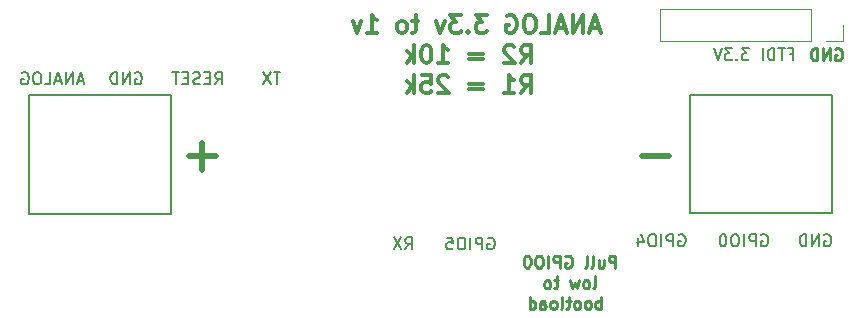
<source format=gbo>
G04 #@! TF.FileFunction,Legend,Bot*
%FSLAX46Y46*%
G04 Gerber Fmt 4.6, Leading zero omitted, Abs format (unit mm)*
G04 Created by KiCad (PCBNEW 4.0.6) date Mon Aug 21 13:09:47 2017*
%MOMM*%
%LPD*%
G01*
G04 APERTURE LIST*
%ADD10C,0.100000*%
%ADD11C,0.250000*%
%ADD12C,0.300000*%
%ADD13C,0.500000*%
%ADD14C,0.120000*%
%ADD15C,0.150000*%
G04 APERTURE END LIST*
D10*
D11*
X203628096Y-48994381D02*
X203628096Y-47994381D01*
X203247143Y-47994381D01*
X203151905Y-48042000D01*
X203104286Y-48089619D01*
X203056667Y-48184857D01*
X203056667Y-48327714D01*
X203104286Y-48422952D01*
X203151905Y-48470571D01*
X203247143Y-48518190D01*
X203628096Y-48518190D01*
X202199524Y-48327714D02*
X202199524Y-48994381D01*
X202628096Y-48327714D02*
X202628096Y-48851524D01*
X202580477Y-48946762D01*
X202485239Y-48994381D01*
X202342381Y-48994381D01*
X202247143Y-48946762D01*
X202199524Y-48899143D01*
X201580477Y-48994381D02*
X201675715Y-48946762D01*
X201723334Y-48851524D01*
X201723334Y-47994381D01*
X201056667Y-48994381D02*
X201151905Y-48946762D01*
X201199524Y-48851524D01*
X201199524Y-47994381D01*
X199389999Y-48042000D02*
X199485237Y-47994381D01*
X199628094Y-47994381D01*
X199770952Y-48042000D01*
X199866190Y-48137238D01*
X199913809Y-48232476D01*
X199961428Y-48422952D01*
X199961428Y-48565810D01*
X199913809Y-48756286D01*
X199866190Y-48851524D01*
X199770952Y-48946762D01*
X199628094Y-48994381D01*
X199532856Y-48994381D01*
X199389999Y-48946762D01*
X199342380Y-48899143D01*
X199342380Y-48565810D01*
X199532856Y-48565810D01*
X198913809Y-48994381D02*
X198913809Y-47994381D01*
X198532856Y-47994381D01*
X198437618Y-48042000D01*
X198389999Y-48089619D01*
X198342380Y-48184857D01*
X198342380Y-48327714D01*
X198389999Y-48422952D01*
X198437618Y-48470571D01*
X198532856Y-48518190D01*
X198913809Y-48518190D01*
X197913809Y-48994381D02*
X197913809Y-47994381D01*
X197247143Y-47994381D02*
X197056666Y-47994381D01*
X196961428Y-48042000D01*
X196866190Y-48137238D01*
X196818571Y-48327714D01*
X196818571Y-48661048D01*
X196866190Y-48851524D01*
X196961428Y-48946762D01*
X197056666Y-48994381D01*
X197247143Y-48994381D01*
X197342381Y-48946762D01*
X197437619Y-48851524D01*
X197485238Y-48661048D01*
X197485238Y-48327714D01*
X197437619Y-48137238D01*
X197342381Y-48042000D01*
X197247143Y-47994381D01*
X196199524Y-47994381D02*
X196104285Y-47994381D01*
X196009047Y-48042000D01*
X195961428Y-48089619D01*
X195913809Y-48184857D01*
X195866190Y-48375333D01*
X195866190Y-48613429D01*
X195913809Y-48803905D01*
X195961428Y-48899143D01*
X196009047Y-48946762D01*
X196104285Y-48994381D01*
X196199524Y-48994381D01*
X196294762Y-48946762D01*
X196342381Y-48899143D01*
X196390000Y-48803905D01*
X196437619Y-48613429D01*
X196437619Y-48375333D01*
X196390000Y-48184857D01*
X196342381Y-48089619D01*
X196294762Y-48042000D01*
X196199524Y-47994381D01*
X201747144Y-50744381D02*
X201842382Y-50696762D01*
X201890001Y-50601524D01*
X201890001Y-49744381D01*
X201223334Y-50744381D02*
X201318572Y-50696762D01*
X201366191Y-50649143D01*
X201413810Y-50553905D01*
X201413810Y-50268190D01*
X201366191Y-50172952D01*
X201318572Y-50125333D01*
X201223334Y-50077714D01*
X201080476Y-50077714D01*
X200985238Y-50125333D01*
X200937619Y-50172952D01*
X200890000Y-50268190D01*
X200890000Y-50553905D01*
X200937619Y-50649143D01*
X200985238Y-50696762D01*
X201080476Y-50744381D01*
X201223334Y-50744381D01*
X200556667Y-50077714D02*
X200366191Y-50744381D01*
X200175714Y-50268190D01*
X199985238Y-50744381D01*
X199794762Y-50077714D01*
X198794762Y-50077714D02*
X198413810Y-50077714D01*
X198651905Y-49744381D02*
X198651905Y-50601524D01*
X198604286Y-50696762D01*
X198509048Y-50744381D01*
X198413810Y-50744381D01*
X197937619Y-50744381D02*
X198032857Y-50696762D01*
X198080476Y-50649143D01*
X198128095Y-50553905D01*
X198128095Y-50268190D01*
X198080476Y-50172952D01*
X198032857Y-50125333D01*
X197937619Y-50077714D01*
X197794761Y-50077714D01*
X197699523Y-50125333D01*
X197651904Y-50172952D01*
X197604285Y-50268190D01*
X197604285Y-50553905D01*
X197651904Y-50649143D01*
X197699523Y-50696762D01*
X197794761Y-50744381D01*
X197937619Y-50744381D01*
X202413810Y-52494381D02*
X202413810Y-51494381D01*
X202413810Y-51875333D02*
X202318572Y-51827714D01*
X202128095Y-51827714D01*
X202032857Y-51875333D01*
X201985238Y-51922952D01*
X201937619Y-52018190D01*
X201937619Y-52303905D01*
X201985238Y-52399143D01*
X202032857Y-52446762D01*
X202128095Y-52494381D01*
X202318572Y-52494381D01*
X202413810Y-52446762D01*
X201366191Y-52494381D02*
X201461429Y-52446762D01*
X201509048Y-52399143D01*
X201556667Y-52303905D01*
X201556667Y-52018190D01*
X201509048Y-51922952D01*
X201461429Y-51875333D01*
X201366191Y-51827714D01*
X201223333Y-51827714D01*
X201128095Y-51875333D01*
X201080476Y-51922952D01*
X201032857Y-52018190D01*
X201032857Y-52303905D01*
X201080476Y-52399143D01*
X201128095Y-52446762D01*
X201223333Y-52494381D01*
X201366191Y-52494381D01*
X200461429Y-52494381D02*
X200556667Y-52446762D01*
X200604286Y-52399143D01*
X200651905Y-52303905D01*
X200651905Y-52018190D01*
X200604286Y-51922952D01*
X200556667Y-51875333D01*
X200461429Y-51827714D01*
X200318571Y-51827714D01*
X200223333Y-51875333D01*
X200175714Y-51922952D01*
X200128095Y-52018190D01*
X200128095Y-52303905D01*
X200175714Y-52399143D01*
X200223333Y-52446762D01*
X200318571Y-52494381D01*
X200461429Y-52494381D01*
X199842381Y-51827714D02*
X199461429Y-51827714D01*
X199699524Y-51494381D02*
X199699524Y-52351524D01*
X199651905Y-52446762D01*
X199556667Y-52494381D01*
X199461429Y-52494381D01*
X198985238Y-52494381D02*
X199080476Y-52446762D01*
X199128095Y-52351524D01*
X199128095Y-51494381D01*
X198461428Y-52494381D02*
X198556666Y-52446762D01*
X198604285Y-52399143D01*
X198651904Y-52303905D01*
X198651904Y-52018190D01*
X198604285Y-51922952D01*
X198556666Y-51875333D01*
X198461428Y-51827714D01*
X198318570Y-51827714D01*
X198223332Y-51875333D01*
X198175713Y-51922952D01*
X198128094Y-52018190D01*
X198128094Y-52303905D01*
X198175713Y-52399143D01*
X198223332Y-52446762D01*
X198318570Y-52494381D01*
X198461428Y-52494381D01*
X197270951Y-52494381D02*
X197270951Y-51970571D01*
X197318570Y-51875333D01*
X197413808Y-51827714D01*
X197604285Y-51827714D01*
X197699523Y-51875333D01*
X197270951Y-52446762D02*
X197366189Y-52494381D01*
X197604285Y-52494381D01*
X197699523Y-52446762D01*
X197747142Y-52351524D01*
X197747142Y-52256286D01*
X197699523Y-52161048D01*
X197604285Y-52113429D01*
X197366189Y-52113429D01*
X197270951Y-52065810D01*
X196366189Y-52494381D02*
X196366189Y-51494381D01*
X196366189Y-52446762D02*
X196461427Y-52494381D01*
X196651904Y-52494381D01*
X196747142Y-52446762D01*
X196794761Y-52399143D01*
X196842380Y-52303905D01*
X196842380Y-52018190D01*
X196794761Y-51922952D01*
X196747142Y-51875333D01*
X196651904Y-51827714D01*
X196461427Y-51827714D01*
X196366189Y-51875333D01*
D12*
X202226285Y-28688000D02*
X201511999Y-28688000D01*
X202369142Y-29116571D02*
X201869142Y-27616571D01*
X201369142Y-29116571D01*
X200869142Y-29116571D02*
X200869142Y-27616571D01*
X200011999Y-29116571D01*
X200011999Y-27616571D01*
X199369142Y-28688000D02*
X198654856Y-28688000D01*
X199511999Y-29116571D02*
X199011999Y-27616571D01*
X198511999Y-29116571D01*
X197297713Y-29116571D02*
X198011999Y-29116571D01*
X198011999Y-27616571D01*
X196511999Y-27616571D02*
X196226285Y-27616571D01*
X196083427Y-27688000D01*
X195940570Y-27830857D01*
X195869142Y-28116571D01*
X195869142Y-28616571D01*
X195940570Y-28902286D01*
X196083427Y-29045143D01*
X196226285Y-29116571D01*
X196511999Y-29116571D01*
X196654856Y-29045143D01*
X196797713Y-28902286D01*
X196869142Y-28616571D01*
X196869142Y-28116571D01*
X196797713Y-27830857D01*
X196654856Y-27688000D01*
X196511999Y-27616571D01*
X194440570Y-27688000D02*
X194583427Y-27616571D01*
X194797713Y-27616571D01*
X195011998Y-27688000D01*
X195154856Y-27830857D01*
X195226284Y-27973714D01*
X195297713Y-28259429D01*
X195297713Y-28473714D01*
X195226284Y-28759429D01*
X195154856Y-28902286D01*
X195011998Y-29045143D01*
X194797713Y-29116571D01*
X194654856Y-29116571D01*
X194440570Y-29045143D01*
X194369141Y-28973714D01*
X194369141Y-28473714D01*
X194654856Y-28473714D01*
X192726284Y-27616571D02*
X191797713Y-27616571D01*
X192297713Y-28188000D01*
X192083427Y-28188000D01*
X191940570Y-28259429D01*
X191869141Y-28330857D01*
X191797713Y-28473714D01*
X191797713Y-28830857D01*
X191869141Y-28973714D01*
X191940570Y-29045143D01*
X192083427Y-29116571D01*
X192511999Y-29116571D01*
X192654856Y-29045143D01*
X192726284Y-28973714D01*
X191154856Y-28973714D02*
X191083428Y-29045143D01*
X191154856Y-29116571D01*
X191226285Y-29045143D01*
X191154856Y-28973714D01*
X191154856Y-29116571D01*
X190583427Y-27616571D02*
X189654856Y-27616571D01*
X190154856Y-28188000D01*
X189940570Y-28188000D01*
X189797713Y-28259429D01*
X189726284Y-28330857D01*
X189654856Y-28473714D01*
X189654856Y-28830857D01*
X189726284Y-28973714D01*
X189797713Y-29045143D01*
X189940570Y-29116571D01*
X190369142Y-29116571D01*
X190511999Y-29045143D01*
X190583427Y-28973714D01*
X189154856Y-28116571D02*
X188797713Y-29116571D01*
X188440571Y-28116571D01*
X186940571Y-28116571D02*
X186369142Y-28116571D01*
X186726285Y-27616571D02*
X186726285Y-28902286D01*
X186654857Y-29045143D01*
X186511999Y-29116571D01*
X186369142Y-29116571D01*
X185654856Y-29116571D02*
X185797714Y-29045143D01*
X185869142Y-28973714D01*
X185940571Y-28830857D01*
X185940571Y-28402286D01*
X185869142Y-28259429D01*
X185797714Y-28188000D01*
X185654856Y-28116571D01*
X185440571Y-28116571D01*
X185297714Y-28188000D01*
X185226285Y-28259429D01*
X185154856Y-28402286D01*
X185154856Y-28830857D01*
X185226285Y-28973714D01*
X185297714Y-29045143D01*
X185440571Y-29116571D01*
X185654856Y-29116571D01*
X182583428Y-29116571D02*
X183440571Y-29116571D01*
X183011999Y-29116571D02*
X183011999Y-27616571D01*
X183154856Y-27830857D01*
X183297714Y-27973714D01*
X183440571Y-28045143D01*
X182083428Y-28116571D02*
X181726285Y-29116571D01*
X181369143Y-28116571D01*
X195619142Y-31666571D02*
X196119142Y-30952286D01*
X196476285Y-31666571D02*
X196476285Y-30166571D01*
X195904857Y-30166571D01*
X195761999Y-30238000D01*
X195690571Y-30309429D01*
X195619142Y-30452286D01*
X195619142Y-30666571D01*
X195690571Y-30809429D01*
X195761999Y-30880857D01*
X195904857Y-30952286D01*
X196476285Y-30952286D01*
X195047714Y-30309429D02*
X194976285Y-30238000D01*
X194833428Y-30166571D01*
X194476285Y-30166571D01*
X194333428Y-30238000D01*
X194261999Y-30309429D01*
X194190571Y-30452286D01*
X194190571Y-30595143D01*
X194261999Y-30809429D01*
X195119142Y-31666571D01*
X194190571Y-31666571D01*
X192404857Y-30880857D02*
X191262000Y-30880857D01*
X191262000Y-31309429D02*
X192404857Y-31309429D01*
X188619143Y-31666571D02*
X189476286Y-31666571D01*
X189047714Y-31666571D02*
X189047714Y-30166571D01*
X189190571Y-30380857D01*
X189333429Y-30523714D01*
X189476286Y-30595143D01*
X187690572Y-30166571D02*
X187547715Y-30166571D01*
X187404858Y-30238000D01*
X187333429Y-30309429D01*
X187262000Y-30452286D01*
X187190572Y-30738000D01*
X187190572Y-31095143D01*
X187262000Y-31380857D01*
X187333429Y-31523714D01*
X187404858Y-31595143D01*
X187547715Y-31666571D01*
X187690572Y-31666571D01*
X187833429Y-31595143D01*
X187904858Y-31523714D01*
X187976286Y-31380857D01*
X188047715Y-31095143D01*
X188047715Y-30738000D01*
X187976286Y-30452286D01*
X187904858Y-30309429D01*
X187833429Y-30238000D01*
X187690572Y-30166571D01*
X186547715Y-31666571D02*
X186547715Y-30166571D01*
X186404858Y-31095143D02*
X185976287Y-31666571D01*
X185976287Y-30666571D02*
X186547715Y-31238000D01*
X195619142Y-34216571D02*
X196119142Y-33502286D01*
X196476285Y-34216571D02*
X196476285Y-32716571D01*
X195904857Y-32716571D01*
X195761999Y-32788000D01*
X195690571Y-32859429D01*
X195619142Y-33002286D01*
X195619142Y-33216571D01*
X195690571Y-33359429D01*
X195761999Y-33430857D01*
X195904857Y-33502286D01*
X196476285Y-33502286D01*
X194190571Y-34216571D02*
X195047714Y-34216571D01*
X194619142Y-34216571D02*
X194619142Y-32716571D01*
X194761999Y-32930857D01*
X194904857Y-33073714D01*
X195047714Y-33145143D01*
X192404857Y-33430857D02*
X191262000Y-33430857D01*
X191262000Y-33859429D02*
X192404857Y-33859429D01*
X189476286Y-32859429D02*
X189404857Y-32788000D01*
X189262000Y-32716571D01*
X188904857Y-32716571D01*
X188762000Y-32788000D01*
X188690571Y-32859429D01*
X188619143Y-33002286D01*
X188619143Y-33145143D01*
X188690571Y-33359429D01*
X189547714Y-34216571D01*
X188619143Y-34216571D01*
X187262000Y-32716571D02*
X187976286Y-32716571D01*
X188047715Y-33430857D01*
X187976286Y-33359429D01*
X187833429Y-33288000D01*
X187476286Y-33288000D01*
X187333429Y-33359429D01*
X187262000Y-33430857D01*
X187190572Y-33573714D01*
X187190572Y-33930857D01*
X187262000Y-34073714D01*
X187333429Y-34145143D01*
X187476286Y-34216571D01*
X187833429Y-34216571D01*
X187976286Y-34145143D01*
X188047715Y-34073714D01*
X186547715Y-34216571D02*
X186547715Y-32716571D01*
X186404858Y-33645143D02*
X185976287Y-34216571D01*
X185976287Y-33216571D02*
X186547715Y-33788000D01*
D13*
X167513143Y-39584286D02*
X169798857Y-39584286D01*
X168656000Y-40727143D02*
X168656000Y-38441429D01*
X205867143Y-39584286D02*
X208152857Y-39584286D01*
D11*
X222249904Y-30488000D02*
X222345142Y-30440381D01*
X222487999Y-30440381D01*
X222630857Y-30488000D01*
X222726095Y-30583238D01*
X222773714Y-30678476D01*
X222821333Y-30868952D01*
X222821333Y-31011810D01*
X222773714Y-31202286D01*
X222726095Y-31297524D01*
X222630857Y-31392762D01*
X222487999Y-31440381D01*
X222392761Y-31440381D01*
X222249904Y-31392762D01*
X222202285Y-31345143D01*
X222202285Y-31011810D01*
X222392761Y-31011810D01*
X221773714Y-31440381D02*
X221773714Y-30440381D01*
X221202285Y-31440381D01*
X221202285Y-30440381D01*
X220726095Y-31440381D02*
X220726095Y-30440381D01*
X220488000Y-30440381D01*
X220345142Y-30488000D01*
X220249904Y-30583238D01*
X220202285Y-30678476D01*
X220154666Y-30868952D01*
X220154666Y-31011810D01*
X220202285Y-31202286D01*
X220249904Y-31297524D01*
X220345142Y-31392762D01*
X220488000Y-31440381D01*
X220726095Y-31440381D01*
D14*
X220218000Y-29838000D02*
X207398000Y-29838000D01*
X207398000Y-29838000D02*
X207398000Y-27058000D01*
X207398000Y-27058000D02*
X220218000Y-27058000D01*
X220218000Y-27058000D02*
X220218000Y-29838000D01*
X221488000Y-29838000D02*
X222878000Y-29838000D01*
X222878000Y-29838000D02*
X222878000Y-28448000D01*
D15*
X209960000Y-44370000D02*
X221960000Y-44370000D01*
X221960000Y-44370000D02*
X221960000Y-34370000D01*
X221960000Y-34370000D02*
X209960000Y-34370000D01*
X209960000Y-44370000D02*
X209960000Y-34370000D01*
X165960000Y-34420000D02*
X153960000Y-34420000D01*
X153960000Y-34420000D02*
X153960000Y-44420000D01*
X153960000Y-44420000D02*
X165960000Y-44420000D01*
X165960000Y-34420000D02*
X165960000Y-44420000D01*
X221312857Y-46236000D02*
X221408095Y-46188381D01*
X221550952Y-46188381D01*
X221693810Y-46236000D01*
X221789048Y-46331238D01*
X221836667Y-46426476D01*
X221884286Y-46616952D01*
X221884286Y-46759810D01*
X221836667Y-46950286D01*
X221789048Y-47045524D01*
X221693810Y-47140762D01*
X221550952Y-47188381D01*
X221455714Y-47188381D01*
X221312857Y-47140762D01*
X221265238Y-47093143D01*
X221265238Y-46759810D01*
X221455714Y-46759810D01*
X220836667Y-47188381D02*
X220836667Y-46188381D01*
X220265238Y-47188381D01*
X220265238Y-46188381D01*
X219789048Y-47188381D02*
X219789048Y-46188381D01*
X219550953Y-46188381D01*
X219408095Y-46236000D01*
X219312857Y-46331238D01*
X219265238Y-46426476D01*
X219217619Y-46616952D01*
X219217619Y-46759810D01*
X219265238Y-46950286D01*
X219312857Y-47045524D01*
X219408095Y-47140762D01*
X219550953Y-47188381D01*
X219789048Y-47188381D01*
X215979523Y-46236000D02*
X216074761Y-46188381D01*
X216217618Y-46188381D01*
X216360476Y-46236000D01*
X216455714Y-46331238D01*
X216503333Y-46426476D01*
X216550952Y-46616952D01*
X216550952Y-46759810D01*
X216503333Y-46950286D01*
X216455714Y-47045524D01*
X216360476Y-47140762D01*
X216217618Y-47188381D01*
X216122380Y-47188381D01*
X215979523Y-47140762D01*
X215931904Y-47093143D01*
X215931904Y-46759810D01*
X216122380Y-46759810D01*
X215503333Y-47188381D02*
X215503333Y-46188381D01*
X215122380Y-46188381D01*
X215027142Y-46236000D01*
X214979523Y-46283619D01*
X214931904Y-46378857D01*
X214931904Y-46521714D01*
X214979523Y-46616952D01*
X215027142Y-46664571D01*
X215122380Y-46712190D01*
X215503333Y-46712190D01*
X214503333Y-47188381D02*
X214503333Y-46188381D01*
X213836667Y-46188381D02*
X213646190Y-46188381D01*
X213550952Y-46236000D01*
X213455714Y-46331238D01*
X213408095Y-46521714D01*
X213408095Y-46855048D01*
X213455714Y-47045524D01*
X213550952Y-47140762D01*
X213646190Y-47188381D01*
X213836667Y-47188381D01*
X213931905Y-47140762D01*
X214027143Y-47045524D01*
X214074762Y-46855048D01*
X214074762Y-46521714D01*
X214027143Y-46331238D01*
X213931905Y-46236000D01*
X213836667Y-46188381D01*
X212789048Y-46188381D02*
X212693809Y-46188381D01*
X212598571Y-46236000D01*
X212550952Y-46283619D01*
X212503333Y-46378857D01*
X212455714Y-46569333D01*
X212455714Y-46807429D01*
X212503333Y-46997905D01*
X212550952Y-47093143D01*
X212598571Y-47140762D01*
X212693809Y-47188381D01*
X212789048Y-47188381D01*
X212884286Y-47140762D01*
X212931905Y-47093143D01*
X212979524Y-46997905D01*
X213027143Y-46807429D01*
X213027143Y-46569333D01*
X212979524Y-46378857D01*
X212931905Y-46283619D01*
X212884286Y-46236000D01*
X212789048Y-46188381D01*
X169727048Y-33472381D02*
X170060382Y-32996190D01*
X170298477Y-33472381D02*
X170298477Y-32472381D01*
X169917524Y-32472381D01*
X169822286Y-32520000D01*
X169774667Y-32567619D01*
X169727048Y-32662857D01*
X169727048Y-32805714D01*
X169774667Y-32900952D01*
X169822286Y-32948571D01*
X169917524Y-32996190D01*
X170298477Y-32996190D01*
X169298477Y-32948571D02*
X168965143Y-32948571D01*
X168822286Y-33472381D02*
X169298477Y-33472381D01*
X169298477Y-32472381D01*
X168822286Y-32472381D01*
X168441334Y-33424762D02*
X168298477Y-33472381D01*
X168060381Y-33472381D01*
X167965143Y-33424762D01*
X167917524Y-33377143D01*
X167869905Y-33281905D01*
X167869905Y-33186667D01*
X167917524Y-33091429D01*
X167965143Y-33043810D01*
X168060381Y-32996190D01*
X168250858Y-32948571D01*
X168346096Y-32900952D01*
X168393715Y-32853333D01*
X168441334Y-32758095D01*
X168441334Y-32662857D01*
X168393715Y-32567619D01*
X168346096Y-32520000D01*
X168250858Y-32472381D01*
X168012762Y-32472381D01*
X167869905Y-32520000D01*
X167441334Y-32948571D02*
X167108000Y-32948571D01*
X166965143Y-33472381D02*
X167441334Y-33472381D01*
X167441334Y-32472381D01*
X166965143Y-32472381D01*
X166679429Y-32472381D02*
X166108000Y-32472381D01*
X166393715Y-33472381D02*
X166393715Y-32472381D01*
X162965142Y-32520000D02*
X163060380Y-32472381D01*
X163203237Y-32472381D01*
X163346095Y-32520000D01*
X163441333Y-32615238D01*
X163488952Y-32710476D01*
X163536571Y-32900952D01*
X163536571Y-33043810D01*
X163488952Y-33234286D01*
X163441333Y-33329524D01*
X163346095Y-33424762D01*
X163203237Y-33472381D01*
X163107999Y-33472381D01*
X162965142Y-33424762D01*
X162917523Y-33377143D01*
X162917523Y-33043810D01*
X163107999Y-33043810D01*
X162488952Y-33472381D02*
X162488952Y-32472381D01*
X161917523Y-33472381D01*
X161917523Y-32472381D01*
X161441333Y-33472381D02*
X161441333Y-32472381D01*
X161203238Y-32472381D01*
X161060380Y-32520000D01*
X160965142Y-32615238D01*
X160917523Y-32710476D01*
X160869904Y-32900952D01*
X160869904Y-33043810D01*
X160917523Y-33234286D01*
X160965142Y-33329524D01*
X161060380Y-33424762D01*
X161203238Y-33472381D01*
X161441333Y-33472381D01*
X158575048Y-33186667D02*
X158098857Y-33186667D01*
X158670286Y-33472381D02*
X158336953Y-32472381D01*
X158003619Y-33472381D01*
X157670286Y-33472381D02*
X157670286Y-32472381D01*
X157098857Y-33472381D01*
X157098857Y-32472381D01*
X156670286Y-33186667D02*
X156194095Y-33186667D01*
X156765524Y-33472381D02*
X156432191Y-32472381D01*
X156098857Y-33472381D01*
X155289333Y-33472381D02*
X155765524Y-33472381D01*
X155765524Y-32472381D01*
X154765524Y-32472381D02*
X154575047Y-32472381D01*
X154479809Y-32520000D01*
X154384571Y-32615238D01*
X154336952Y-32805714D01*
X154336952Y-33139048D01*
X154384571Y-33329524D01*
X154479809Y-33424762D01*
X154575047Y-33472381D01*
X154765524Y-33472381D01*
X154860762Y-33424762D01*
X154956000Y-33329524D01*
X155003619Y-33139048D01*
X155003619Y-32805714D01*
X154956000Y-32615238D01*
X154860762Y-32520000D01*
X154765524Y-32472381D01*
X153384571Y-32520000D02*
X153479809Y-32472381D01*
X153622666Y-32472381D01*
X153765524Y-32520000D01*
X153860762Y-32615238D01*
X153908381Y-32710476D01*
X153956000Y-32900952D01*
X153956000Y-33043810D01*
X153908381Y-33234286D01*
X153860762Y-33329524D01*
X153765524Y-33424762D01*
X153622666Y-33472381D01*
X153527428Y-33472381D01*
X153384571Y-33424762D01*
X153336952Y-33377143D01*
X153336952Y-33043810D01*
X153527428Y-33043810D01*
X218368190Y-30916571D02*
X218701524Y-30916571D01*
X218701524Y-31440381D02*
X218701524Y-30440381D01*
X218225333Y-30440381D01*
X217987238Y-30440381D02*
X217415809Y-30440381D01*
X217701524Y-31440381D02*
X217701524Y-30440381D01*
X217082476Y-31440381D02*
X217082476Y-30440381D01*
X216844381Y-30440381D01*
X216701523Y-30488000D01*
X216606285Y-30583238D01*
X216558666Y-30678476D01*
X216511047Y-30868952D01*
X216511047Y-31011810D01*
X216558666Y-31202286D01*
X216606285Y-31297524D01*
X216701523Y-31392762D01*
X216844381Y-31440381D01*
X217082476Y-31440381D01*
X216082476Y-31440381D02*
X216082476Y-30440381D01*
X214939619Y-30440381D02*
X214320571Y-30440381D01*
X214653905Y-30821333D01*
X214511047Y-30821333D01*
X214415809Y-30868952D01*
X214368190Y-30916571D01*
X214320571Y-31011810D01*
X214320571Y-31249905D01*
X214368190Y-31345143D01*
X214415809Y-31392762D01*
X214511047Y-31440381D01*
X214796762Y-31440381D01*
X214892000Y-31392762D01*
X214939619Y-31345143D01*
X213892000Y-31345143D02*
X213844381Y-31392762D01*
X213892000Y-31440381D01*
X213939619Y-31392762D01*
X213892000Y-31345143D01*
X213892000Y-31440381D01*
X213511048Y-30440381D02*
X212892000Y-30440381D01*
X213225334Y-30821333D01*
X213082476Y-30821333D01*
X212987238Y-30868952D01*
X212939619Y-30916571D01*
X212892000Y-31011810D01*
X212892000Y-31249905D01*
X212939619Y-31345143D01*
X212987238Y-31392762D01*
X213082476Y-31440381D01*
X213368191Y-31440381D01*
X213463429Y-31392762D01*
X213511048Y-31345143D01*
X212606286Y-30440381D02*
X212272953Y-31440381D01*
X211939619Y-30440381D01*
X192826190Y-46494000D02*
X192921428Y-46446381D01*
X193064285Y-46446381D01*
X193207143Y-46494000D01*
X193302381Y-46589238D01*
X193350000Y-46684476D01*
X193397619Y-46874952D01*
X193397619Y-47017810D01*
X193350000Y-47208286D01*
X193302381Y-47303524D01*
X193207143Y-47398762D01*
X193064285Y-47446381D01*
X192969047Y-47446381D01*
X192826190Y-47398762D01*
X192778571Y-47351143D01*
X192778571Y-47017810D01*
X192969047Y-47017810D01*
X192350000Y-47446381D02*
X192350000Y-46446381D01*
X191969047Y-46446381D01*
X191873809Y-46494000D01*
X191826190Y-46541619D01*
X191778571Y-46636857D01*
X191778571Y-46779714D01*
X191826190Y-46874952D01*
X191873809Y-46922571D01*
X191969047Y-46970190D01*
X192350000Y-46970190D01*
X191350000Y-47446381D02*
X191350000Y-46446381D01*
X190683334Y-46446381D02*
X190492857Y-46446381D01*
X190397619Y-46494000D01*
X190302381Y-46589238D01*
X190254762Y-46779714D01*
X190254762Y-47113048D01*
X190302381Y-47303524D01*
X190397619Y-47398762D01*
X190492857Y-47446381D01*
X190683334Y-47446381D01*
X190778572Y-47398762D01*
X190873810Y-47303524D01*
X190921429Y-47113048D01*
X190921429Y-46779714D01*
X190873810Y-46589238D01*
X190778572Y-46494000D01*
X190683334Y-46446381D01*
X189350000Y-46446381D02*
X189826191Y-46446381D01*
X189873810Y-46922571D01*
X189826191Y-46874952D01*
X189730953Y-46827333D01*
X189492857Y-46827333D01*
X189397619Y-46874952D01*
X189350000Y-46922571D01*
X189302381Y-47017810D01*
X189302381Y-47255905D01*
X189350000Y-47351143D01*
X189397619Y-47398762D01*
X189492857Y-47446381D01*
X189730953Y-47446381D01*
X189826191Y-47398762D01*
X189873810Y-47351143D01*
X208994190Y-46236000D02*
X209089428Y-46188381D01*
X209232285Y-46188381D01*
X209375143Y-46236000D01*
X209470381Y-46331238D01*
X209518000Y-46426476D01*
X209565619Y-46616952D01*
X209565619Y-46759810D01*
X209518000Y-46950286D01*
X209470381Y-47045524D01*
X209375143Y-47140762D01*
X209232285Y-47188381D01*
X209137047Y-47188381D01*
X208994190Y-47140762D01*
X208946571Y-47093143D01*
X208946571Y-46759810D01*
X209137047Y-46759810D01*
X208518000Y-47188381D02*
X208518000Y-46188381D01*
X208137047Y-46188381D01*
X208041809Y-46236000D01*
X207994190Y-46283619D01*
X207946571Y-46378857D01*
X207946571Y-46521714D01*
X207994190Y-46616952D01*
X208041809Y-46664571D01*
X208137047Y-46712190D01*
X208518000Y-46712190D01*
X207518000Y-47188381D02*
X207518000Y-46188381D01*
X206851334Y-46188381D02*
X206660857Y-46188381D01*
X206565619Y-46236000D01*
X206470381Y-46331238D01*
X206422762Y-46521714D01*
X206422762Y-46855048D01*
X206470381Y-47045524D01*
X206565619Y-47140762D01*
X206660857Y-47188381D01*
X206851334Y-47188381D01*
X206946572Y-47140762D01*
X207041810Y-47045524D01*
X207089429Y-46855048D01*
X207089429Y-46521714D01*
X207041810Y-46331238D01*
X206946572Y-46236000D01*
X206851334Y-46188381D01*
X205565619Y-46521714D02*
X205565619Y-47188381D01*
X205803715Y-46140762D02*
X206041810Y-46855048D01*
X205422762Y-46855048D01*
X185840666Y-47442381D02*
X186174000Y-46966190D01*
X186412095Y-47442381D02*
X186412095Y-46442381D01*
X186031142Y-46442381D01*
X185935904Y-46490000D01*
X185888285Y-46537619D01*
X185840666Y-46632857D01*
X185840666Y-46775714D01*
X185888285Y-46870952D01*
X185935904Y-46918571D01*
X186031142Y-46966190D01*
X186412095Y-46966190D01*
X185507333Y-46442381D02*
X184840666Y-47442381D01*
X184840666Y-46442381D02*
X185507333Y-47442381D01*
X175259905Y-32472381D02*
X174688476Y-32472381D01*
X174974191Y-33472381D02*
X174974191Y-32472381D01*
X174450381Y-32472381D02*
X173783714Y-33472381D01*
X173783714Y-32472381D02*
X174450381Y-33472381D01*
M02*

</source>
